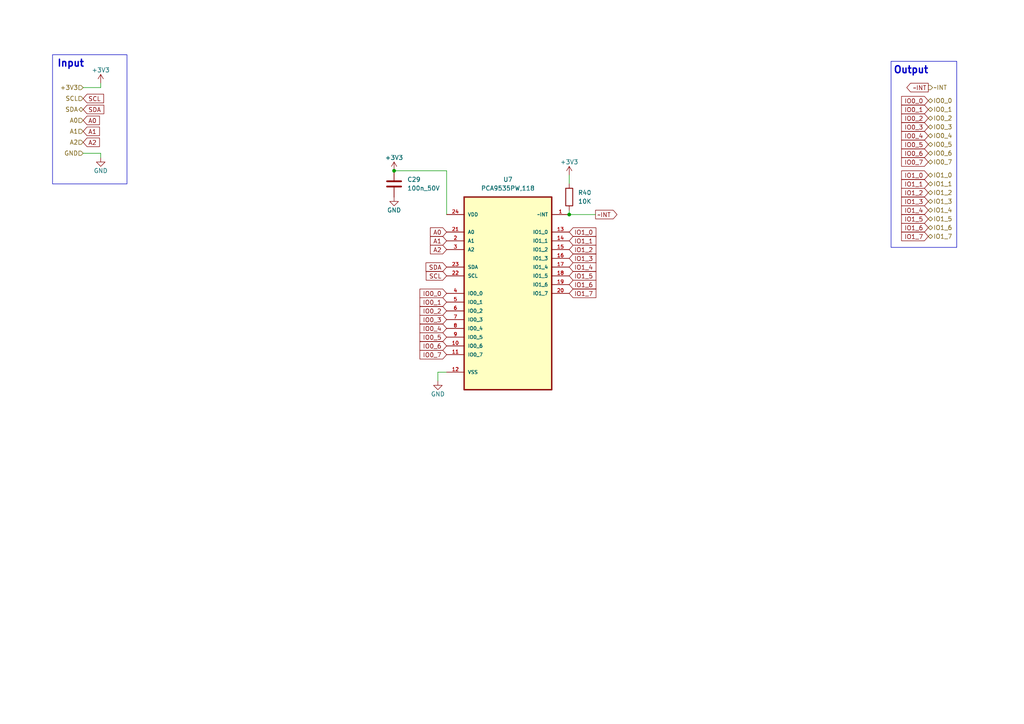
<source format=kicad_sch>
(kicad_sch (version 20231120) (generator "eeschema") (generator_version "8.0")
  (paper "A4")
  (lib_symbols
    (symbol "_C_0402:100n_50V" (pin_numbers hide) (pin_names (offset 0.254))
      (property "Reference" "C" (at 0.635 2.54 0))
      (property "Value" "100n_50V" (at 0.635 -2.54 0))
      (symbol "100n_50V_0_1"
        (polyline (pts (xy -2.032 -0.762) (xy 2.032 -0.762)) (stroke (width 0.508)))
        (polyline (pts (xy -2.032 0.762) (xy 2.032 0.762)) (stroke (width 0.508)))
      )
      (symbol "100n_50V_1_1"
        (pin passive line (at 0 3.81 270) (length 2.794) (name "~") (number "1"))
        (pin passive line (at 0 -3.81 90) (length 2.794) (name "~") (number "2"))
      )
    )
    (symbol "_Interface_Expansion:PCA9535PW,118" (pin_names (offset 1.016))
      (property "Reference" "U" (at -11.938 25.908 0))
      (property "Value" "PCA9535PW,118" (at -7.366 -33.274 0))
      (symbol "PCA9535PW,118_0_0"
        (rectangle (start -12.7 -30.48) (end 12.7 25.4) (stroke (width 0.4064)) (fill (type background)))
        (pin output line (at 17.78 20.32 180) (length 5.08) (name "~INT") (number "1"))
        (pin bidirectional line (at -17.78 -17.78 0) (length 5.08) (name "IO0_6") (number "10"))
        (pin bidirectional line (at -17.78 -20.32 0) (length 5.08) (name "IO0_7") (number "11"))
        (pin passive line (at -17.78 -25.4 0) (length 5.08) (name "VSS") (number "12"))
        (pin bidirectional line (at 17.78 15.24 180) (length 5.08) (name "IO1_0") (number "13"))
        (pin bidirectional line (at 17.78 12.7 180) (length 5.08) (name "IO1_1") (number "14"))
        (pin bidirectional line (at 17.78 10.16 180) (length 5.08) (name "IO1_2") (number "15"))
        (pin bidirectional line (at 17.78 7.62 180) (length 5.08) (name "IO1_3") (number "16"))
        (pin bidirectional line (at 17.78 5.08 180) (length 5.08) (name "IO1_4") (number "17"))
        (pin bidirectional line (at 17.78 2.54 180) (length 5.08) (name "IO1_5") (number "18"))
        (pin bidirectional line (at 17.78 0 180) (length 5.08) (name "IO1_6") (number "19"))
        (pin input line (at -17.78 12.7 0) (length 5.08) (name "A1") (number "2"))
        (pin bidirectional line (at 17.78 -2.54 180) (length 5.08) (name "IO1_7") (number "20"))
        (pin input line (at -17.78 15.24 0) (length 5.08) (name "A0") (number "21"))
        (pin input line (at -17.78 2.54 0) (length 5.08) (name "SCL") (number "22"))
        (pin bidirectional line (at -17.78 5.08 0) (length 5.08) (name "SDA") (number "23"))
        (pin power_in line (at -17.78 20.32 0) (length 5.08) (name "VDD") (number "24"))
        (pin input line (at -17.78 10.16 0) (length 5.08) (name "A2") (number "3"))
        (pin bidirectional line (at -17.78 -2.54 0) (length 5.08) (name "IO0_0") (number "4"))
        (pin bidirectional line (at -17.78 -5.08 0) (length 5.08) (name "IO0_1") (number "5"))
        (pin bidirectional line (at -17.78 -7.62 0) (length 5.08) (name "IO0_2") (number "6"))
        (pin bidirectional line (at -17.78 -10.16 0) (length 5.08) (name "IO0_3") (number "7"))
        (pin bidirectional line (at -17.78 -12.7 0) (length 5.08) (name "IO0_4") (number "8"))
        (pin bidirectional line (at -17.78 -15.24 0) (length 5.08) (name "IO0_5") (number "9"))
      )
    )
    (symbol "_R_0402:10K" (pin_numbers hide) (pin_names (offset 0))
      (property "Reference" "R" (at 2.032 0 90))
      (property "Value" "10K" (at 0 0 90))
      (symbol "10K_0_1"
        (rectangle (start -1.016 -2.54) (end 1.016 2.54) (stroke (width 0.254)))
      )
      (symbol "10K_1_1"
        (pin passive line (at 0 3.81 270) (length 1.27) (name "~") (number "1"))
        (pin passive line (at 0 -3.81 90) (length 1.27) (name "~") (number "2"))
      )
    )
    (symbol "power:+3V3" (power) (pin_names (offset 0))
      (property "Value" "+3V3" (at 0 3.556 0))
      (symbol "+3V3_0_1"
        (polyline (pts (xy -0.762 1.27) (xy 0 2.54)))
        (polyline (pts (xy 0 0) (xy 0 2.54)))
        (polyline (pts (xy 0 2.54) (xy 0.762 1.27)))
      )
      (symbol "+3V3_1_1"
        (pin power_in line (at 0 0 90) (length 0) hide (name "+3V3") (number "1"))
      )
    )
    (symbol "power:GND" (power) (pin_names (offset 0))
      (property "Value" "GND" (at 0 -3.81 0))
      (symbol "GND_0_1"
        (polyline (pts (xy 0 0) (xy 0 -1.27) (xy 1.27 -1.27) (xy 0 -2.54) (xy -1.27 -1.27) (xy 0 -1.27)))
      )
      (symbol "GND_1_1"
        (pin power_in line (at 0 0 270) (length 0) hide (name "GND") (number "1"))
      )
    )
  )
  (junction (at 165.1 62.23))
  (junction (at 114.3 49.53))
  (wire (pts (xy 127 107.95) (xy 129.54 107.95)))
  (wire (pts (xy 29.21 24.13) (xy 29.21 25.4)))
  (wire (pts (xy 24.13 25.4) (xy 29.21 25.4)))
  (wire (pts (xy 24.13 44.45) (xy 29.21 44.45)))
  (wire (pts (xy 165.1 62.23) (xy 165.1 60.96)))
  (wire (pts (xy 29.21 44.45) (xy 29.21 45.72)))
  (wire (pts (xy 165.1 62.23) (xy 172.72 62.23)))
  (wire (pts (xy 165.1 50.8) (xy 165.1 53.34)))
  (wire (pts (xy 129.54 49.53) (xy 114.3 49.53)))
  (wire (pts (xy 127 110.49) (xy 127 107.95)))
  (wire (pts (xy 129.54 62.23) (xy 129.54 49.53)))
  (rectangle (start 15.24 15.875) (end 36.83 53.34))
  (rectangle (start 258.445 17.78) (end 277.495 71.755))
  (text "Output" (at 259.08 21.59 0) (effects (font (size 2 2) (thickness 0.4) (bold yes)) (justify left bottom)))
  (text "Input" (at 16.51 19.685 0) (effects (font (size 2 2) (thickness 0.4) (bold yes)) (justify left bottom)))
  (global_label "A1" (shape input) (at 129.54 69.85 180) (property "Intersheetrefs" "${INTERSHEET_REFS}" (effects (hide yes))))
  (global_label "IO1_7" (shape input) (at 269.24 68.58 180) (property "Intersheetrefs" "${INTERSHEET_REFS}" (effects (hide yes))))
  (global_label "IO0_5" (shape input) (at 269.24 41.91 180) (property "Intersheetrefs" "${INTERSHEET_REFS}" (effects (hide yes))))
  (global_label "IO1_4" (shape input) (at 165.1 77.47 0) (property "Intersheetrefs" "${INTERSHEET_REFS}" (effects (hide yes))))
  (global_label "IO1_2" (shape input) (at 269.24 55.88 180) (property "Intersheetrefs" "${INTERSHEET_REFS}" (effects (hide yes))))
  (global_label "IO0_6" (shape input) (at 269.24 44.45 180) (property "Intersheetrefs" "${INTERSHEET_REFS}" (effects (hide yes))))
  (global_label "SDA" (shape input) (at 129.54 77.47 180) (property "Intersheetrefs" "${INTERSHEET_REFS}" (effects (hide yes))))
  (global_label "SDA" (shape input) (at 24.13 31.75 0) (property "Intersheetrefs" "${INTERSHEET_REFS}" (effects (hide yes))))
  (global_label "IO0_4" (shape input) (at 129.54 95.25 180) (property "Intersheetrefs" "${INTERSHEET_REFS}" (effects (hide yes))))
  (global_label "IO0_1" (shape input) (at 129.54 87.63 180) (property "Intersheetrefs" "${INTERSHEET_REFS}" (effects (hide yes))))
  (global_label "SCL" (shape input) (at 24.13 28.575 0) (property "Intersheetrefs" "${INTERSHEET_REFS}" (effects (hide yes))))
  (global_label "IO1_0" (shape input) (at 165.1 67.31 0) (property "Intersheetrefs" "${INTERSHEET_REFS}" (effects (hide yes))))
  (global_label "IO1_1" (shape input) (at 269.24 53.34 180) (property "Intersheetrefs" "${INTERSHEET_REFS}" (effects (hide yes))))
  (global_label "IO0_0" (shape input) (at 269.24 29.21 180) (property "Intersheetrefs" "${INTERSHEET_REFS}" (effects (hide yes))))
  (global_label "IO1_2" (shape input) (at 165.1 72.39 0) (property "Intersheetrefs" "${INTERSHEET_REFS}" (effects (hide yes))))
  (global_label "IO1_7" (shape input) (at 165.1 85.09 0) (property "Intersheetrefs" "${INTERSHEET_REFS}" (effects (hide yes))))
  (global_label "IO1_6" (shape input) (at 165.1 82.55 0) (property "Intersheetrefs" "${INTERSHEET_REFS}" (effects (hide yes))))
  (global_label "IO0_2" (shape input) (at 129.54 90.17 180) (property "Intersheetrefs" "${INTERSHEET_REFS}" (effects (hide yes))))
  (global_label "~INT" (shape output) (at 269.24 25.4 180) (property "Intersheetrefs" "${INTERSHEET_REFS}" (effects (hide yes))))
  (global_label "IO1_1" (shape input) (at 165.1 69.85 0) (property "Intersheetrefs" "${INTERSHEET_REFS}" (effects (hide yes))))
  (global_label "IO0_4" (shape input) (at 269.24 39.37 180) (property "Intersheetrefs" "${INTERSHEET_REFS}" (effects (hide yes))))
  (global_label "IO0_2" (shape input) (at 269.24 34.29 180) (property "Intersheetrefs" "${INTERSHEET_REFS}" (effects (hide yes))))
  (global_label "IO0_0" (shape input) (at 129.54 85.09 180) (property "Intersheetrefs" "${INTERSHEET_REFS}" (effects (hide yes))))
  (global_label "IO1_0" (shape input) (at 269.24 50.8 180) (property "Intersheetrefs" "${INTERSHEET_REFS}" (effects (hide yes))))
  (global_label "SCL" (shape input) (at 129.54 80.01 180) (property "Intersheetrefs" "${INTERSHEET_REFS}" (effects (hide yes))))
  (global_label "IO0_7" (shape input) (at 269.24 46.99 180) (property "Intersheetrefs" "${INTERSHEET_REFS}" (effects (hide yes))))
  (global_label "IO0_3" (shape input) (at 269.24 36.83 180) (property "Intersheetrefs" "${INTERSHEET_REFS}" (effects (hide yes))))
  (global_label "A0" (shape input) (at 24.13 34.925 0) (property "Intersheetrefs" "${INTERSHEET_REFS}" (effects (hide yes))))
  (global_label "IO1_6" (shape input) (at 269.24 66.04 180) (property "Intersheetrefs" "${INTERSHEET_REFS}" (effects (hide yes))))
  (global_label "IO1_3" (shape input) (at 269.24 58.42 180) (property "Intersheetrefs" "${INTERSHEET_REFS}" (effects (hide yes))))
  (global_label "IO1_3" (shape input) (at 165.1 74.93 0) (property "Intersheetrefs" "${INTERSHEET_REFS}" (effects (hide yes))))
  (global_label "~INT" (shape output) (at 172.72 62.23 0) (property "Intersheetrefs" "${INTERSHEET_REFS}" (effects (hide yes))))
  (global_label "IO0_5" (shape input) (at 129.54 97.79 180) (property "Intersheetrefs" "${INTERSHEET_REFS}" (effects (hide yes))))
  (global_label "A2" (shape input) (at 24.13 41.275 0) (property "Intersheetrefs" "${INTERSHEET_REFS}" (effects (hide yes))))
  (global_label "A0" (shape input) (at 129.54 67.31 180) (property "Intersheetrefs" "${INTERSHEET_REFS}" (effects (hide yes))))
  (global_label "IO1_4" (shape input) (at 269.24 60.96 180) (property "Intersheetrefs" "${INTERSHEET_REFS}" (effects (hide yes))))
  (global_label "IO0_1" (shape input) (at 269.24 31.75 180) (property "Intersheetrefs" "${INTERSHEET_REFS}" (effects (hide yes))))
  (global_label "IO1_5" (shape input) (at 269.24 63.5 180) (property "Intersheetrefs" "${INTERSHEET_REFS}" (effects (hide yes))))
  (global_label "IO0_6" (shape input) (at 129.54 100.33 180) (property "Intersheetrefs" "${INTERSHEET_REFS}" (effects (hide yes))))
  (global_label "IO1_5" (shape input) (at 165.1 80.01 0) (property "Intersheetrefs" "${INTERSHEET_REFS}" (effects (hide yes))))
  (global_label "IO0_7" (shape input) (at 129.54 102.87 180) (property "Intersheetrefs" "${INTERSHEET_REFS}" (effects (hide yes))))
  (global_label "A2" (shape input) (at 129.54 72.39 180) (property "Intersheetrefs" "${INTERSHEET_REFS}" (effects (hide yes))))
  (global_label "A1" (shape input) (at 24.13 38.1 0) (property "Intersheetrefs" "${INTERSHEET_REFS}" (effects (hide yes))))
  (global_label "IO0_3" (shape input) (at 129.54 92.71 180) (property "Intersheetrefs" "${INTERSHEET_REFS}" (effects (hide yes))))
  (hierarchical_label "+3V3" (shape input) (at 24.13 25.4 180))
  (hierarchical_label "IO1_2" (shape bidirectional) (at 269.24 55.88 0))
  (hierarchical_label "A0" (shape input) (at 24.13 34.925 180))
  (hierarchical_label "IO0_2" (shape bidirectional) (at 269.24 34.29 0))
  (hierarchical_label "SDA" (shape bidirectional) (at 24.13 31.75 180))
  (hierarchical_label "IO0_4" (shape bidirectional) (at 269.24 39.37 0))
  (hierarchical_label "IO1_1" (shape bidirectional) (at 269.24 53.34 0))
  (hierarchical_label "IO0_7" (shape bidirectional) (at 269.24 46.99 0))
  (hierarchical_label "IO1_7" (shape bidirectional) (at 269.24 68.58 0))
  (hierarchical_label "A2" (shape input) (at 24.13 41.275 180))
  (hierarchical_label "GND" (shape input) (at 24.13 44.45 180))
  (hierarchical_label "IO1_4" (shape bidirectional) (at 269.24 60.96 0))
  (hierarchical_label "A1" (shape input) (at 24.13 38.1 180))
  (hierarchical_label "IO1_5" (shape bidirectional) (at 269.24 63.5 0))
  (hierarchical_label "IO1_3" (shape bidirectional) (at 269.24 58.42 0))
  (hierarchical_label "SCL" (shape input) (at 24.13 28.575 180))
  (hierarchical_label "IO0_5" (shape bidirectional) (at 269.24 41.91 0))
  (hierarchical_label "IO0_0" (shape bidirectional) (at 269.24 29.21 0))
  (hierarchical_label "~INT" (shape output) (at 269.24 25.4 0))
  (hierarchical_label "IO0_3" (shape bidirectional) (at 269.24 36.83 0))
  (hierarchical_label "IO1_6" (shape bidirectional) (at 269.24 66.04 0))
  (hierarchical_label "IO0_6" (shape bidirectional) (at 269.24 44.45 0))
  (hierarchical_label "IO0_1" (shape bidirectional) (at 269.24 31.75 0))
  (hierarchical_label "IO1_0" (shape bidirectional) (at 269.24 50.8 0))
  (symbol (lib_id "power:+3V3") (at 114.3 49.53 0) (unit 1)
    (property "Reference" "#PWR0109" (effects (hide yes)))
    (property "Value" "+3V3" (at 114.3 45.72 0))
  )
  (symbol (lib_id "power:GND") (at 114.3 57.15 0) (unit 1)
    (property "Reference" "#PWR0110" (effects (hide yes)))
    (property "Value" "GND" (at 114.3 60.96 0))
  )
  (symbol (lib_id "_Interface_Expansion:PCA9535PW,118") (at 147.32 82.55 0) (unit 1)
    (property "Reference" "U7" (at 147.32 52.07 0))
    (property "Value" "PCA9535PW,118" (at 147.32 54.61 0))
    (property "Footprint" "Package_SO:TSSOP-24_4.4x7.8mm_P0.65mm" (effects (hide yes)))
    (property "Datasheet" "https://wmsc.lcsc.com/wmsc/upload/file/pdf/v2/lcsc/2304140030_NXP-Semicon-PCA9535PW-118_C255606.pdf" (effects (hide yes)))
    (property "Description" "16xI/O Expander 400kHz TSSOP-24" (effects (hide yes)))
    (property "MF" "NXP USA" (effects (hide yes)))
    (property "PACKAGE" "TSSOP-24" (effects (hide yes)))
    (property "MPN" "PCA9535PW,118" (effects (hide yes)))
    (property "Price" "None" (effects (hide yes)))
    (property "Package" "TSSOP-24 NXP Semiconductors" (effects (hide yes)))
    (property "OC_FARNELL" "-" (effects (hide yes)))
    (property "MP" "PCA9535PW,118" (effects (hide yes)))
    (property "SUPPLIER" "NXP" (effects (hide yes)))
    (property "OC_NEWARK" "70R6541" (effects (hide yes)))
    (property "MF_1" "NXP Semicon" (effects (hide yes)))
    (property "MPN_1" "PCA9535PW,118" (effects (hide yes)))
    (property "OC_LCSC" "C255606" (effects (hide yes)))
  )
  (symbol (lib_id "_R_0402:10K") (at 165.1 57.15 0) (unit 1)
    (property "Reference" "R40" (at 167.64 55.8799 0) (effects (justify left)))
    (property "Value" "10K" (at 167.64 58.4199 0) (effects (justify left)))
    (property "Footprint" "Resistor_SMD:R_0402_1005Metric" (effects (hide yes)))
    (property "Description" "Resistor 10K 1% 62.5mW 50V 0402" (effects (hide yes)))
    (property "MF" "UNI-ROYAL" (effects (hide yes)))
    (property "MPN" "0402WGF1002TCE" (effects (hide yes)))
    (property "OC_LCSC" "C25744" (effects (hide yes)))
  )
  (symbol (lib_id "_C_0402:100n_50V") (at 114.3 53.34 0) (unit 1)
    (property "Reference" "C29" (at 118.11 52.0699 0) (effects (justify left)))
    (property "Value" "100n_50V" (at 118.11 54.6099 0) (effects (justify left)))
    (property "Footprint" "Capacitor_SMD:C_0402_1005Metric" (effects (hide yes)))
    (property "Datasheet" "https://product.samsungsem.com/mlcc/CL05B104KB54PN.do" (effects (hide yes)))
    (property "Description" "Capacitor 100nF 50V X7R 10% 0402" (effects (hide yes)))
    (property "MF" "Samsung Electro-Mechanics" (effects (hide yes)))
    (property "MPN" "CL05B104KB54PNC" (effects (hide yes)))
    (property "OC_LCSC" "C307331" (effects (hide yes)))
  )
  (symbol (lib_id "power:GND") (at 29.21 45.72 0) (unit 1)
    (property "Reference" "#PWR0108" (effects (hide yes)))
    (property "Value" "GND" (at 29.21 49.53 0))
  )
  (symbol (lib_id "power:+3V3") (at 29.21 24.13 0) (unit 1)
    (property "Reference" "#PWR0107" (effects (hide yes)))
    (property "Value" "+3V3" (at 29.21 20.32 0))
  )
  (symbol (lib_id "power:+3V3") (at 165.1 50.8 0) (unit 1)
    (property "Reference" "#PWR0112" (effects (hide yes)))
    (property "Value" "+3V3" (at 165.1 46.99 0))
  )
  (symbol (lib_id "power:GND") (at 127 110.49 0) (unit 1)
    (property "Reference" "#PWR0111" (effects (hide yes)))
    (property "Value" "GND" (at 127 114.3 0))
  )
)
</source>
